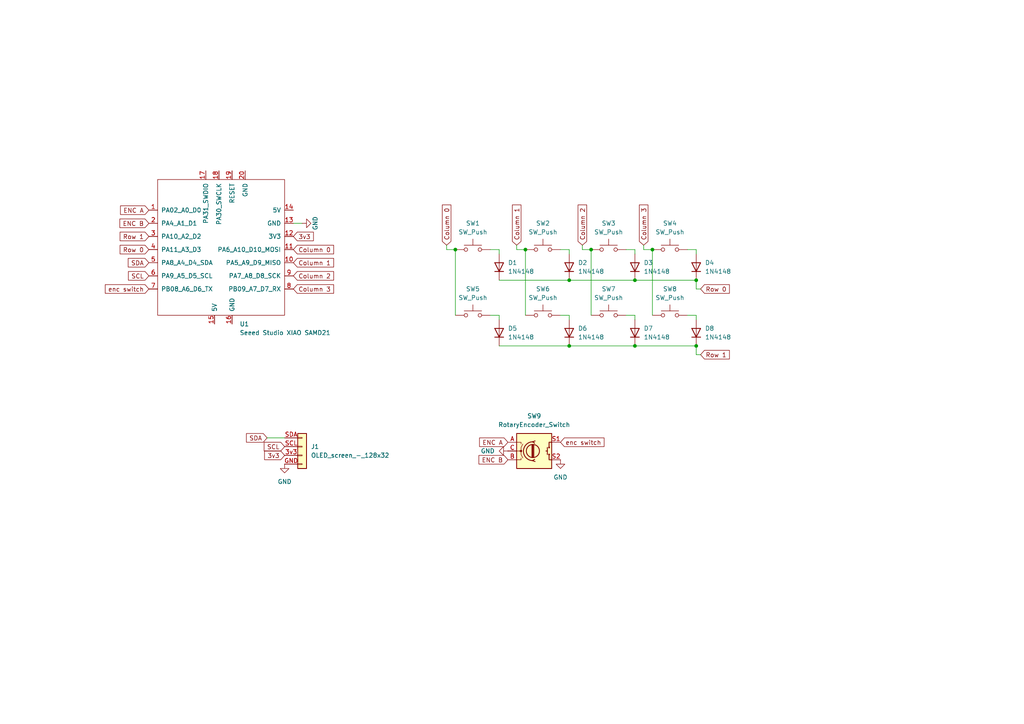
<source format=kicad_sch>
(kicad_sch (version 20231120) (generator "eeschema") (generator_version "8.0")
  (paper "A4")
  (lib_symbols
    (symbol "Device:RotaryEncoder_Switch" (pin_names (offset 0.254) hide)
      (property "Reference" "SW" (at 0 6.604 0))
      (property "Value" "RotaryEncoder_Switch" (at 0 -6.604 0))
      (symbol "RotaryEncoder_Switch_0_1"
        (rectangle (start -5.08 5.08) (end 5.08 -5.08) (stroke (width 0.254)) (fill (type background)))
        (circle (center -3.81 0) (radius 0.254) (fill (type outline)))
        (circle (center -0.381 0) (radius 1.905) (stroke (width 0.254)))
        (arc (start -0.381 2.667) (mid -3.0988 -0.0635) (end -0.381 -2.794) (stroke (width 0.254)))
        (polyline (pts (xy -0.635 -1.778) (xy -0.635 1.778)) (stroke (width 0.254)))
        (polyline (pts (xy -0.381 -1.778) (xy -0.381 1.778)) (stroke (width 0.254)))
        (polyline (pts (xy -0.127 1.778) (xy -0.127 -1.778)) (stroke (width 0.254)))
        (polyline (pts (xy 3.81 0) (xy 3.429 0)) (stroke (width 0.254)))
        (polyline (pts (xy 3.81 1.016) (xy 3.81 -1.016)) (stroke (width 0.254)))
        (polyline (pts (xy -5.08 -2.54) (xy -3.81 -2.54) (xy -3.81 -2.032)))
        (polyline (pts (xy -5.08 2.54) (xy -3.81 2.54) (xy -3.81 2.032)))
        (polyline (pts (xy 0.254 -3.048) (xy -0.508 -2.794) (xy 0.127 -2.413)) (stroke (width 0.254)))
        (polyline (pts (xy 0.254 2.921) (xy -0.508 2.667) (xy 0.127 2.286)) (stroke (width 0.254)))
        (polyline (pts (xy 5.08 -2.54) (xy 4.318 -2.54) (xy 4.318 -1.016)) (stroke (width 0.254)))
        (polyline (pts (xy 5.08 2.54) (xy 4.318 2.54) (xy 4.318 1.016)) (stroke (width 0.254)))
        (polyline (pts (xy -5.08 0) (xy -3.81 0) (xy -3.81 -1.016) (xy -3.302 -2.032)))
        (polyline (pts (xy -4.318 0) (xy -3.81 0) (xy -3.81 1.016) (xy -3.302 2.032)))
        (circle (center 4.318 -1.016) (radius 0.127) (stroke (width 0.254)))
        (circle (center 4.318 1.016) (radius 0.127) (stroke (width 0.254)))
      )
      (symbol "RotaryEncoder_Switch_1_1"
        (pin passive line (at -7.62 2.54 0) (length 2.54) (name "A") (number "A"))
        (pin passive line (at -7.62 -2.54 0) (length 2.54) (name "B") (number "B"))
        (pin passive line (at -7.62 0 0) (length 2.54) (name "C") (number "C"))
        (pin passive line (at 7.62 2.54 180) (length 2.54) (name "S1") (number "S1"))
        (pin passive line (at 7.62 -2.54 180) (length 2.54) (name "S2") (number "S2"))
      )
    )
    (symbol "Diode:1N4148" (pin_numbers hide) (pin_names hide)
      (property "Reference" "D" (at 0 2.54 0))
      (property "Value" "1N4148" (at 0 -2.54 0))
      (symbol "1N4148_0_1"
        (polyline (pts (xy -1.27 1.27) (xy -1.27 -1.27)) (stroke (width 0.254)))
        (polyline (pts (xy 1.27 0) (xy -1.27 0)))
        (polyline (pts (xy 1.27 1.27) (xy 1.27 -1.27) (xy -1.27 0) (xy 1.27 1.27)) (stroke (width 0.254)))
      )
      (symbol "1N4148_1_1"
        (pin passive line (at -3.81 0 0) (length 2.54) (name "K") (number "1"))
        (pin passive line (at 3.81 0 180) (length 2.54) (name "A") (number "2"))
      )
    )
    (symbol "Seeed_Studio_XIAO_Series:Seeed Studio XIAO SAMD21" (pin_names (offset 1.016))
      (property "Reference" "U" (at -19.05 22.86 0))
      (property "Value" "Seeed Studio XIAO SAMD21" (at -12.7 21.59 0))
      (symbol "Seeed Studio XIAO SAMD21_0_1"
        (rectangle (start -19.05 20.32) (end 17.78 -19.05))
      )
      (symbol "Seeed Studio XIAO SAMD21_1_1"
        (pin unspecified line (at -21.59 11.43 0) (length 2.54) (name "PA02_A0_D0") (number "1"))
        (pin unspecified line (at 20.32 -3.81 180) (length 2.54) (name "PA5_A9_D9_MISO") (number "10"))
        (pin unspecified line (at 20.32 0 180) (length 2.54) (name "PA6_A10_D10_MOSI") (number "11"))
        (pin unspecified line (at 20.32 3.81 180) (length 2.54) (name "3V3") (number "12"))
        (pin unspecified line (at 20.32 7.62 180) (length 2.54) (name "GND") (number "13"))
        (pin unspecified line (at 20.32 11.43 180) (length 2.54) (name "5V") (number "14"))
        (pin input line (at -2.54 -21.59 90) (length 2.54) (name "5V") (number "15"))
        (pin input line (at 2.54 -21.59 90) (length 2.54) (name "GND") (number "16"))
        (pin input line (at -5.08 22.86 270) (length 2.54) (name "PA31_SWDIO") (number "17"))
        (pin input line (at -1.27 22.86 270) (length 2.54) (name "PA30_SWCLK") (number "18"))
        (pin input line (at 2.54 22.86 270) (length 2.54) (name "RESET") (number "19"))
        (pin unspecified line (at -21.59 7.62 0) (length 2.54) (name "PA4_A1_D1") (number "2"))
        (pin input line (at 6.35 22.86 270) (length 2.54) (name "GND") (number "20"))
        (pin unspecified line (at -21.59 3.81 0) (length 2.54) (name "PA10_A2_D2") (number "3"))
        (pin unspecified line (at -21.59 0 0) (length 2.54) (name "PA11_A3_D3") (number "4"))
        (pin unspecified line (at -21.59 -3.81 0) (length 2.54) (name "PA8_A4_D4_SDA") (number "5"))
        (pin unspecified line (at -21.59 -7.62 0) (length 2.54) (name "PA9_A5_D5_SCL") (number "6"))
        (pin unspecified line (at -21.59 -11.43 0) (length 2.54) (name "PB08_A6_D6_TX") (number "7"))
        (pin unspecified line (at 20.32 -11.43 180) (length 2.54) (name "PB09_A7_D7_RX") (number "8"))
        (pin unspecified line (at 20.32 -7.62 180) (length 2.54) (name "PA7_A8_D8_SCK") (number "9"))
      )
    )
    (symbol "Switch:SW_Push" (pin_numbers hide) (pin_names (offset 1.016) hide)
      (property "Reference" "SW" (at 1.27 2.54 0))
      (property "Value" "SW_Push" (at 0 -1.524 0))
      (symbol "SW_Push_0_1"
        (circle (center -2.032 0) (radius 0.508))
        (polyline (pts (xy 0 1.27) (xy 0 3.048)))
        (polyline (pts (xy 2.54 1.27) (xy -2.54 1.27)))
        (circle (center 2.032 0) (radius 0.508))
        (pin passive line (at -5.08 0 0) (length 2.54) (name "1") (number "1"))
        (pin passive line (at 5.08 0 180) (length 2.54) (name "2") (number "2"))
      )
    )
    (symbol "custom:OLED_screen_-_128x32" (pin_names (offset 1.016) hide)
      (property "Reference" "J" (at 0 5.08 0))
      (property "Value" "OLED_screen_-_128x32" (at 0 -7.62 0))
      (symbol "OLED_screen_-_128x32_1_1"
        (rectangle (start -1.27 -4.953) (end 0 -5.207) (stroke (width 0.1524)))
        (rectangle (start -1.27 -2.413) (end 0 -2.667) (stroke (width 0.1524)))
        (rectangle (start -1.27 0.127) (end 0 -0.127) (stroke (width 0.1524)))
        (rectangle (start -1.27 2.667) (end 0 2.413) (stroke (width 0.1524)))
        (rectangle (start -1.27 3.81) (end 1.27 -6.35) (stroke (width 0.254)) (fill (type background)))
        (pin passive line (at -5.08 -2.54 0) (length 3.81) (name "3v3") (number "3v3"))
        (pin passive line (at -5.08 -5.08 0) (length 3.81) (name "GND") (number "GND"))
        (pin passive line (at -5.08 0 0) (length 3.81) (name "SCL") (number "SCL"))
        (pin passive line (at -5.08 2.54 0) (length 3.81) (name "SDA") (number "SDA"))
      )
    )
    (symbol "power:GND" (power) (pin_numbers hide) (pin_names (offset 0) hide)
      (property "Value" "GND" (at 0 -3.81 0))
      (symbol "GND_0_1"
        (polyline (pts (xy 0 0) (xy 0 -1.27) (xy 1.27 -1.27) (xy 0 -2.54) (xy -1.27 -1.27) (xy 0 -1.27)))
      )
      (symbol "GND_1_1"
        (pin power_in line (at 0 0 270) (length 0) (name "~") (number "1"))
      )
    )
  )
  (junction (at 165.1 100.33))
  (junction (at 184.15 100.33))
  (junction (at 152.4 72.39))
  (junction (at 184.15 81.28))
  (junction (at 132.08 72.39))
  (junction (at 201.93 81.28))
  (junction (at 171.45 72.39))
  (junction (at 201.93 100.33))
  (junction (at 165.1 81.28))
  (junction (at 189.23 72.39))
  (wire (pts (xy 162.56 91.44) (xy 165.1 91.44)))
  (wire (pts (xy 201.93 72.39) (xy 201.93 73.66)))
  (wire (pts (xy 144.78 100.33) (xy 165.1 100.33)))
  (wire (pts (xy 165.1 73.66) (xy 165.1 72.39)))
  (wire (pts (xy 199.39 72.39) (xy 201.93 72.39)))
  (wire (pts (xy 165.1 81.28) (xy 184.15 81.28)))
  (wire (pts (xy 184.15 81.28) (xy 201.93 81.28)))
  (wire (pts (xy 184.15 100.33) (xy 201.93 100.33)))
  (wire (pts (xy 201.93 102.87) (xy 203.2 102.87)))
  (wire (pts (xy 165.1 100.33) (xy 184.15 100.33)))
  (wire (pts (xy 171.45 72.39) (xy 171.45 91.44)))
  (wire (pts (xy 201.93 100.33) (xy 201.93 102.87)))
  (wire (pts (xy 144.78 81.28) (xy 165.1 81.28)))
  (wire (pts (xy 184.15 91.44) (xy 184.15 92.71)))
  (wire (pts (xy 199.39 91.44) (xy 201.93 91.44)))
  (wire (pts (xy 184.15 72.39) (xy 184.15 73.66)))
  (wire (pts (xy 203.2 83.82) (xy 201.93 83.82)))
  (wire (pts (xy 168.91 72.39) (xy 171.45 72.39)))
  (wire (pts (xy 181.61 72.39) (xy 184.15 72.39)))
  (wire (pts (xy 144.78 72.39) (xy 144.78 73.66)))
  (wire (pts (xy 129.54 71.12) (xy 129.54 72.39)))
  (wire (pts (xy 144.78 91.44) (xy 144.78 92.71)))
  (wire (pts (xy 189.23 72.39) (xy 189.23 91.44)))
  (wire (pts (xy 77.47 127) (xy 82.55 127)))
  (wire (pts (xy 149.86 72.39) (xy 152.4 72.39)))
  (wire (pts (xy 149.86 71.12) (xy 149.86 72.39)))
  (wire (pts (xy 168.91 71.12) (xy 168.91 72.39)))
  (wire (pts (xy 165.1 91.44) (xy 165.1 92.71)))
  (wire (pts (xy 165.1 72.39) (xy 162.56 72.39)))
  (wire (pts (xy 142.24 72.39) (xy 144.78 72.39)))
  (wire (pts (xy 181.61 91.44) (xy 184.15 91.44)))
  (wire (pts (xy 142.24 91.44) (xy 144.78 91.44)))
  (wire (pts (xy 201.93 83.82) (xy 201.93 81.28)))
  (wire (pts (xy 186.69 71.12) (xy 186.69 72.39)))
  (wire (pts (xy 186.69 72.39) (xy 189.23 72.39)))
  (wire (pts (xy 85.09 64.77) (xy 87.63 64.77)))
  (wire (pts (xy 152.4 72.39) (xy 152.4 91.44)))
  (wire (pts (xy 201.93 91.44) (xy 201.93 92.71)))
  (wire (pts (xy 132.08 72.39) (xy 132.08 91.44)))
  (wire (pts (xy 129.54 72.39) (xy 132.08 72.39)))
  (global_label "Column 2" (shape input) (at 85.09 80.01 0) (property "Intersheetrefs" "${INTERSHEET_REFS}" (effects (hide yes))))
  (global_label "Column 1" (shape input) (at 85.09 76.2 0) (property "Intersheetrefs" "${INTERSHEET_REFS}" (effects (hide yes))))
  (global_label "ENC A" (shape input) (at 147.32 128.27 180) (property "Intersheetrefs" "${INTERSHEET_REFS}" (effects (hide yes))))
  (global_label "ENC B" (shape input) (at 43.18 64.77 180) (property "Intersheetrefs" "${INTERSHEET_REFS}" (effects (hide yes))))
  (global_label "Row 1" (shape input) (at 43.18 68.58 180) (property "Intersheetrefs" "${INTERSHEET_REFS}" (effects (hide yes))))
  (global_label "Column 1" (shape input) (at 149.86 71.12 90) (property "Intersheetrefs" "${INTERSHEET_REFS}" (effects (hide yes))))
  (global_label "SCL" (shape input) (at 43.18 80.01 180) (property "Intersheetrefs" "${INTERSHEET_REFS}" (effects (hide yes))))
  (global_label "Column 3" (shape input) (at 186.69 71.12 90) (property "Intersheetrefs" "${INTERSHEET_REFS}" (effects (hide yes))))
  (global_label "Row 0" (shape input) (at 43.18 72.39 180) (property "Intersheetrefs" "${INTERSHEET_REFS}" (effects (hide yes))))
  (global_label "SDA" (shape input) (at 43.18 76.2 180) (property "Intersheetrefs" "${INTERSHEET_REFS}" (effects (hide yes))))
  (global_label "Column 0" (shape input) (at 85.09 72.39 0) (property "Intersheetrefs" "${INTERSHEET_REFS}" (effects (hide yes))))
  (global_label "Column 0" (shape input) (at 129.54 71.12 90) (property "Intersheetrefs" "${INTERSHEET_REFS}" (effects (hide yes))))
  (global_label "Row 0" (shape input) (at 203.2 83.82 0) (property "Intersheetrefs" "${INTERSHEET_REFS}" (effects (hide yes))))
  (global_label "3v3" (shape input) (at 85.09 68.58 0) (property "Intersheetrefs" "${INTERSHEET_REFS}" (effects (hide yes))))
  (global_label "SDA" (shape input) (at 77.47 127 180) (property "Intersheetrefs" "${INTERSHEET_REFS}" (effects (hide yes))))
  (global_label "enc switch" (shape input) (at 162.56 128.27 0) (property "Intersheetrefs" "${INTERSHEET_REFS}" (effects (hide yes))))
  (global_label "3v3" (shape input) (at 82.55 132.08 180) (property "Intersheetrefs" "${INTERSHEET_REFS}" (effects (hide yes))))
  (global_label "ENC B" (shape input) (at 147.32 133.35 180) (property "Intersheetrefs" "${INTERSHEET_REFS}" (effects (hide yes))))
  (global_label "Column 3" (shape input) (at 85.09 83.82 0) (property "Intersheetrefs" "${INTERSHEET_REFS}" (effects (hide yes))))
  (global_label "enc switch" (shape input) (at 43.18 83.82 180) (property "Intersheetrefs" "${INTERSHEET_REFS}" (effects (hide yes))))
  (global_label "Column 2" (shape input) (at 168.91 71.12 90) (property "Intersheetrefs" "${INTERSHEET_REFS}" (effects (hide yes))))
  (global_label "SCL" (shape input) (at 82.55 129.54 180) (property "Intersheetrefs" "${INTERSHEET_REFS}" (effects (hide yes))))
  (global_label "ENC A" (shape input) (at 43.18 60.96 180) (property "Intersheetrefs" "${INTERSHEET_REFS}" (effects (hide yes))))
  (global_label "Row 1" (shape input) (at 203.2 102.87 0) (property "Intersheetrefs" "${INTERSHEET_REFS}" (effects (hide yes))))
  (symbol (lib_id "Diode:1N4148") (at 144.78 77.47 90) (unit 1)
    (property "Reference" "D1" (at 147.32 76.1999 90) (effects (justify right)))
    (property "Value" "1N4148" (at 147.32 78.7399 90) (effects (justify right)))
    (property "Footprint" "Diode_THT:D_DO-35_SOD27_P7.62mm_Horizontal" (effects (hide yes)))
    (property "Datasheet" "https://assets.nexperia.com/documents/data-sheet/1N4148_1N4448.pdf" (effects (hide yes)))
    (property "Description" "100V 0.15A standard switching diode, DO-35" (effects (hide yes)))
    (property "Sim.Device" "D" (effects (hide yes)))
    (property "Sim.Pins" "1=K 2=A" (effects (hide yes)))
  )
  (symbol (lib_id "power:GND") (at 87.63 64.77 90) (unit 1)
    (property "Reference" "#PWR01" (effects (hide yes)))
    (property "Value" "GND" (at 91.44 64.77 0))
    (property "Description" "Power symbol creates a global label with name \"GND\" , ground" (effects (hide yes)))
  )
  (symbol (lib_id "power:GND") (at 147.32 130.81 270) (unit 1)
    (property "Reference" "#PWR04" (effects (hide yes)))
    (property "Value" "GND" (at 143.51 130.8099 90) (effects (justify right)))
    (property "Description" "Power symbol creates a global label with name \"GND\" , ground" (effects (hide yes)))
  )
  (symbol (lib_id "Switch:SW_Push") (at 157.48 72.39 0) (unit 1)
    (property "Reference" "SW2" (at 157.48 64.77 0))
    (property "Value" "SW_Push" (at 157.48 67.31 0))
    (property "Footprint" "Button_Switch_Keyboard:SW_Cherry_MX_1.00u_PCB" (effects (hide yes)))
    (property "Description" "Push button switch, generic, two pins" (effects (hide yes)))
  )
  (symbol (lib_id "Diode:1N4148") (at 144.78 96.52 90) (unit 1)
    (property "Reference" "D5" (at 147.32 95.2499 90) (effects (justify right)))
    (property "Value" "1N4148" (at 147.32 97.7899 90) (effects (justify right)))
    (property "Footprint" "Diode_THT:D_DO-35_SOD27_P7.62mm_Horizontal" (effects (hide yes)))
    (property "Datasheet" "https://assets.nexperia.com/documents/data-sheet/1N4148_1N4448.pdf" (effects (hide yes)))
    (property "Description" "100V 0.15A standard switching diode, DO-35" (effects (hide yes)))
    (property "Sim.Device" "D" (effects (hide yes)))
    (property "Sim.Pins" "1=K 2=A" (effects (hide yes)))
  )
  (symbol (lib_id "Switch:SW_Push") (at 194.31 72.39 0) (unit 1)
    (property "Reference" "SW4" (at 194.31 64.77 0))
    (property "Value" "SW_Push" (at 194.31 67.31 0))
    (property "Footprint" "Button_Switch_Keyboard:SW_Cherry_MX_1.00u_PCB" (effects (hide yes)))
    (property "Description" "Push button switch, generic, two pins" (effects (hide yes)))
  )
  (symbol (lib_id "custom:OLED_screen_-_128x32") (at 87.63 129.54 0) (unit 1)
    (property "Reference" "J1" (at 90.17 129.5399 0) (effects (justify left)))
    (property "Value" "OLED_screen_-_128x32" (at 90.17 132.0799 0) (effects (justify left)))
    (property "Footprint" "custom:oled screen 128x32" (effects (hide yes)))
    (property "Description" "Generic connector, single row, 01x04, script generated (kicad-library-utils/schlib/autogen/connector/)" (effects (hide yes)))
  )
  (symbol (lib_id "Device:RotaryEncoder_Switch") (at 154.94 130.81 0) (unit 1)
    (property "Reference" "SW9" (at 154.94 120.65 0))
    (property "Value" "RotaryEncoder_Switch" (at 154.94 123.19 0))
    (property "Footprint" "Rotary_Encoder:RotaryEncoder_Alps_EC11E-Switch_Vertical_H20mm_CircularMountingHoles" (effects (hide yes)))
    (property "Description" "Rotary encoder, dual channel, incremental quadrate outputs, with switch" (effects (hide yes)))
  )
  (symbol (lib_id "Switch:SW_Push") (at 194.31 91.44 0) (unit 1)
    (property "Reference" "SW8" (at 194.31 83.82 0))
    (property "Value" "SW_Push" (at 194.31 86.36 0))
    (property "Footprint" "Button_Switch_Keyboard:SW_Cherry_MX_1.00u_PCB" (effects (hide yes)))
    (property "Description" "Push button switch, generic, two pins" (effects (hide yes)))
  )
  (symbol (lib_id "Switch:SW_Push") (at 137.16 91.44 0) (unit 1)
    (property "Reference" "SW5" (at 137.16 83.82 0))
    (property "Value" "SW_Push" (at 137.16 86.36 0))
    (property "Footprint" "Button_Switch_Keyboard:SW_Cherry_MX_1.00u_PCB" (effects (hide yes)))
    (property "Description" "Push button switch, generic, two pins" (effects (hide yes)))
  )
  (symbol (lib_id "power:GND") (at 162.56 133.35 0) (unit 1)
    (property "Reference" "#PWR03" (effects (hide yes)))
    (property "Value" "GND" (at 162.56 138.43 0))
    (property "Description" "Power symbol creates a global label with name \"GND\" , ground" (effects (hide yes)))
  )
  (symbol (lib_id "power:GND") (at 82.55 134.62 0) (unit 1)
    (property "Reference" "#PWR02" (effects (hide yes)))
    (property "Value" "GND" (at 82.55 139.7 0))
    (property "Description" "Power symbol creates a global label with name \"GND\" , ground" (effects (hide yes)))
  )
  (symbol (lib_id "Diode:1N4148") (at 184.15 77.47 90) (unit 1)
    (property "Reference" "D3" (at 186.69 76.1999 90) (effects (justify right)))
    (property "Value" "1N4148" (at 186.69 78.7399 90) (effects (justify right)))
    (property "Footprint" "Diode_THT:D_DO-35_SOD27_P7.62mm_Horizontal" (effects (hide yes)))
    (property "Datasheet" "https://assets.nexperia.com/documents/data-sheet/1N4148_1N4448.pdf" (effects (hide yes)))
    (property "Description" "100V 0.15A standard switching diode, DO-35" (effects (hide yes)))
    (property "Sim.Device" "D" (effects (hide yes)))
    (property "Sim.Pins" "1=K 2=A" (effects (hide yes)))
  )
  (symbol (lib_id "Switch:SW_Push") (at 157.48 91.44 0) (unit 1)
    (property "Reference" "SW6" (at 157.48 83.82 0))
    (property "Value" "SW_Push" (at 157.48 86.36 0))
    (property "Footprint" "Button_Switch_Keyboard:SW_Cherry_MX_1.00u_PCB" (effects (hide yes)))
    (property "Description" "Push button switch, generic, two pins" (effects (hide yes)))
  )
  (symbol (lib_id "Switch:SW_Push") (at 176.53 72.39 0) (unit 1)
    (property "Reference" "SW3" (at 176.53 64.77 0))
    (property "Value" "SW_Push" (at 176.53 67.31 0))
    (property "Footprint" "Button_Switch_Keyboard:SW_Cherry_MX_1.00u_PCB" (effects (hide yes)))
    (property "Description" "Push button switch, generic, two pins" (effects (hide yes)))
  )
  (symbol (lib_id "Switch:SW_Push") (at 176.53 91.44 0) (unit 1)
    (property "Reference" "SW7" (at 176.53 83.82 0))
    (property "Value" "SW_Push" (at 176.53 86.36 0))
    (property "Footprint" "Button_Switch_Keyboard:SW_Cherry_MX_1.00u_PCB" (effects (hide yes)))
    (property "Description" "Push button switch, generic, two pins" (effects (hide yes)))
  )
  (symbol (lib_id "Diode:1N4148") (at 201.93 77.47 90) (unit 1)
    (property "Reference" "D4" (at 204.47 76.1999 90) (effects (justify right)))
    (property "Value" "1N4148" (at 204.47 78.7399 90) (effects (justify right)))
    (property "Footprint" "Diode_THT:D_DO-35_SOD27_P7.62mm_Horizontal" (effects (hide yes)))
    (property "Datasheet" "https://assets.nexperia.com/documents/data-sheet/1N4148_1N4448.pdf" (effects (hide yes)))
    (property "Description" "100V 0.15A standard switching diode, DO-35" (effects (hide yes)))
    (property "Sim.Device" "D" (effects (hide yes)))
    (property "Sim.Pins" "1=K 2=A" (effects (hide yes)))
  )
  (symbol (lib_id "Diode:1N4148") (at 165.1 96.52 90) (unit 1)
    (property "Reference" "D6" (at 167.64 95.2499 90) (effects (justify right)))
    (property "Value" "1N4148" (at 167.64 97.7899 90) (effects (justify right)))
    (property "Footprint" "Diode_THT:D_DO-35_SOD27_P7.62mm_Horizontal" (effects (hide yes)))
    (property "Datasheet" "https://assets.nexperia.com/documents/data-sheet/1N4148_1N4448.pdf" (effects (hide yes)))
    (property "Description" "100V 0.15A standard switching diode, DO-35" (effects (hide yes)))
    (property "Sim.Device" "D" (effects (hide yes)))
    (property "Sim.Pins" "1=K 2=A" (effects (hide yes)))
  )
  (symbol (lib_id "Seeed_Studio_XIAO_Series:Seeed Studio XIAO SAMD21") (at 64.77 72.39 0) (unit 1)
    (property "Reference" "U1" (at 69.5041 93.98 0) (effects (justify left)))
    (property "Value" "Seeed Studio XIAO SAMD21" (at 69.5041 96.52 0) (effects (justify left)))
    (property "Footprint" "Seeed Studio XIAO Series Library:XIAO-RP2040-DIP" (effects (hide yes)))
  )
  (symbol (lib_id "Diode:1N4148") (at 165.1 77.47 90) (unit 1)
    (property "Reference" "D2" (at 167.64 76.1999 90) (effects (justify right)))
    (property "Value" "1N4148" (at 167.64 78.7399 90) (effects (justify right)))
    (property "Footprint" "Diode_THT:D_DO-35_SOD27_P7.62mm_Horizontal" (effects (hide yes)))
    (property "Datasheet" "https://assets.nexperia.com/documents/data-sheet/1N4148_1N4448.pdf" (effects (hide yes)))
    (property "Description" "100V 0.15A standard switching diode, DO-35" (effects (hide yes)))
    (property "Sim.Device" "D" (effects (hide yes)))
    (property "Sim.Pins" "1=K 2=A" (effects (hide yes)))
  )
  (symbol (lib_id "Switch:SW_Push") (at 137.16 72.39 0) (unit 1)
    (property "Reference" "SW1" (at 137.16 64.77 0))
    (property "Value" "SW_Push" (at 137.16 67.31 0))
    (property "Footprint" "Button_Switch_Keyboard:SW_Cherry_MX_1.00u_PCB" (effects (hide yes)))
    (property "Description" "Push button switch, generic, two pins" (effects (hide yes)))
  )
  (symbol (lib_id "Diode:1N4148") (at 184.15 96.52 90) (unit 1)
    (property "Reference" "D7" (at 186.69 95.2499 90) (effects (justify right)))
    (property "Value" "1N4148" (at 186.69 97.7899 90) (effects (justify right)))
    (property "Footprint" "Diode_THT:D_DO-35_SOD27_P7.62mm_Horizontal" (effects (hide yes)))
    (property "Datasheet" "https://assets.nexperia.com/documents/data-sheet/1N4148_1N4448.pdf" (effects (hide yes)))
    (property "Description" "100V 0.15A standard switching diode, DO-35" (effects (hide yes)))
    (property "Sim.Device" "D" (effects (hide yes)))
    (property "Sim.Pins" "1=K 2=A" (effects (hide yes)))
  )
  (symbol (lib_id "Diode:1N4148") (at 201.93 96.52 90) (unit 1)
    (property "Reference" "D8" (at 204.47 95.2499 90) (effects (justify right)))
    (property "Value" "1N4148" (at 204.47 97.7899 90) (effects (justify right)))
    (property "Footprint" "Diode_THT:D_DO-35_SOD27_P7.62mm_Horizontal" (effects (hide yes)))
    (property "Datasheet" "https://assets.nexperia.com/documents/data-sheet/1N4148_1N4448.pdf" (effects (hide yes)))
    (property "Description" "100V 0.15A standard switching diode, DO-35" (effects (hide yes)))
    (property "Sim.Device" "D" (effects (hide yes)))
    (property "Sim.Pins" "1=K 2=A" (effects (hide yes)))
  )
)
</source>
